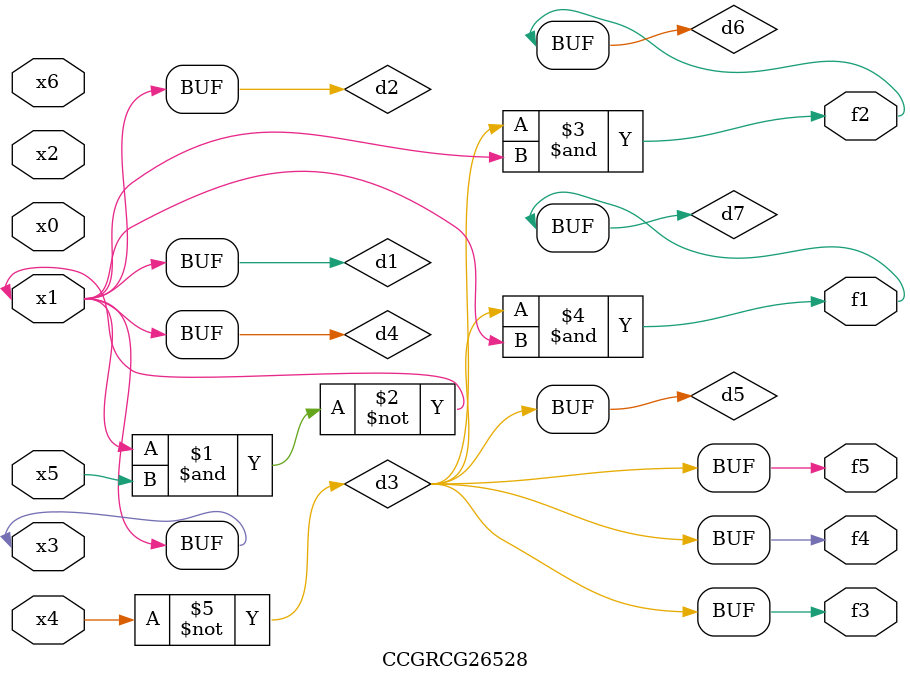
<source format=v>
module CCGRCG26528(
	input x0, x1, x2, x3, x4, x5, x6,
	output f1, f2, f3, f4, f5
);

	wire d1, d2, d3, d4, d5, d6, d7;

	buf (d1, x1, x3);
	nand (d2, x1, x5);
	not (d3, x4);
	buf (d4, d1, d2);
	buf (d5, d3);
	and (d6, d3, d4);
	and (d7, d3, d4);
	assign f1 = d7;
	assign f2 = d6;
	assign f3 = d5;
	assign f4 = d5;
	assign f5 = d5;
endmodule

</source>
